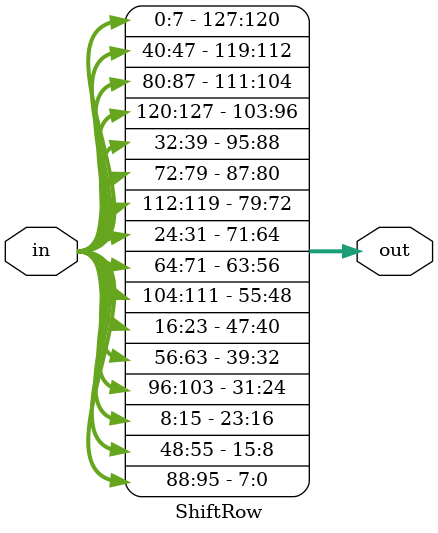
<source format=v>
module ShiftRow(in, out);
input [0:127] in;
output [0:127] out;

////////////////////////////
////////////////////////////////
/////first row
  assign out[0:7] = in [0:7];
  assign out[32:39] = in [32:39];
  assign out[64:71] = in [64:71];
  assign out[96:103] = in [96:103];
//////////////////////
////////second row
  assign out[8:15] = in [40:47]; 
  assign out[40:47] = in [72:79];
  assign out[72:79] = in [104:111];
  assign out[104:111] = in [8:15];
////////////
//third row

  assign out[16:23] = in [80:87];
  assign out[48:55] = in [112:119];
  assign out[80:87] = in [16:23];
  assign out[112:119] = in [48:55];
////////////////
//fourth row
  assign out[24:31] = in [120:127];
  assign out[56:63] = in [24:31];
  assign out[88:95] = in [56:63];
  assign out[120:127] = in [88:95];
//

endmodule

</source>
